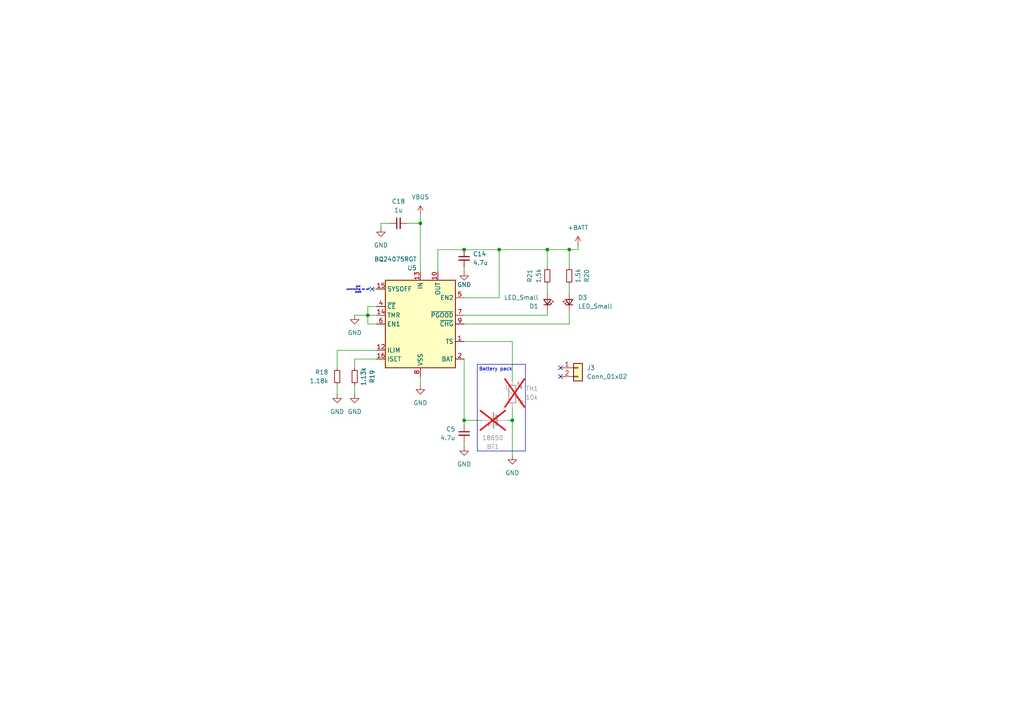
<source format=kicad_sch>
(kicad_sch (version 20231120) (generator "eeschema") (generator_version "8.0")
  (paper "A4")
  (lib_symbols
    (symbol "Battery_Management:BQ24075RGT"
      (property "Reference" "U5" (at -1.016 16.256 0))
      (property "Value" "BQ24075RGT" (at -1.016 18.796 0))
      (symbol "BQ24075RGT_0_1"
        (rectangle (start -10.16 12.7) (end 10.16 -12.7) (stroke (width 0.254)) (fill (type background)))
      )
      (symbol "BQ24075RGT_1_1"
        (pin passive line (at 12.7 -5.08 180) (length 2.54) (name "TS") (number "1"))
        (pin power_out line (at 5.08 15.24 270) (length 2.54) (name "OUT") (number "10"))
        (pin passive line (at 5.08 15.24 270) (length 2.54) hide (name "OUT") (number "11"))
        (pin passive line (at -12.7 -7.62 0) (length 2.54) (name "ILIM") (number "12"))
        (pin power_in line (at 0 15.24 270) (length 2.54) (name "IN") (number "13"))
        (pin input line (at -12.7 2.54 0) (length 2.54) (name "TMR") (number "14"))
        (pin input line (at -12.7 10.16 0) (length 2.54) (name "SYSOFF") (number "15"))
        (pin passive line (at -12.7 -10.16 0) (length 2.54) (name "ISET") (number "16"))
        (pin passive line (at 0 -15.24 90) (length 2.54) hide (name "VSS") (number "17"))
        (pin power_out line (at 12.7 -10.16 180) (length 2.54) (name "BAT") (number "2"))
        (pin passive line (at 12.7 -10.16 180) (length 2.54) hide (name "BAT") (number "3"))
        (pin input line (at -12.7 5.08 0) (length 2.54) (name "~{CE}") (number "4"))
        (pin input line (at 12.7 7.62 180) (length 2.54) (name "EN2") (number "5"))
        (pin input line (at -12.7 0 0) (length 2.54) (name "EN1") (number "6"))
        (pin open_collector line (at 12.7 2.54 180) (length 2.54) (name "~{PGOOD}") (number "7"))
        (pin power_in line (at 0 -15.24 90) (length 2.54) (name "VSS") (number "8"))
        (pin open_collector line (at 12.7 0 180) (length 2.54) (name "~{CHG}") (number "9"))
      )
    )
    (symbol "Connector_Generic:Conn_01x02" (pin_names (offset 1.016) hide)
      (property "Reference" "J" (at 0 2.54 0))
      (property "Value" "Conn_01x02" (at 0 -5.08 0))
      (symbol "Conn_01x02_1_1"
        (rectangle (start -1.27 -2.413) (end 0 -2.667) (stroke (width 0.1524)))
        (rectangle (start -1.27 0.127) (end 0 -0.127) (stroke (width 0.1524)))
        (rectangle (start -1.27 1.27) (end 1.27 -3.81) (stroke (width 0.254)) (fill (type background)))
        (pin passive line (at -5.08 0 0) (length 3.81) (name "Pin_1") (number "1"))
        (pin passive line (at -5.08 -2.54 0) (length 3.81) (name "Pin_2") (number "2"))
      )
    )
    (symbol "Device:Battery_Cell" (pin_numbers hide) (pin_names (offset 0) hide)
      (property "Reference" "BT" (at 2.54 2.54 0))
      (property "Value" "Battery_Cell" (at 2.54 0 0))
      (symbol "Battery_Cell_0_1"
        (rectangle (start -2.286 1.778) (end 2.286 1.524) (fill (type outline)))
        (rectangle (start -1.524 1.016) (end 1.524 0.508) (fill (type outline)))
        (polyline (pts (xy 0 0.762) (xy 0 0)))
        (polyline (pts (xy 0 1.778) (xy 0 2.54)))
        (polyline (pts (xy 0.762 3.048) (xy 1.778 3.048)) (stroke (width 0.254)))
        (polyline (pts (xy 1.27 3.556) (xy 1.27 2.54)) (stroke (width 0.254)))
      )
      (symbol "Battery_Cell_1_1"
        (pin passive line (at 0 5.08 270) (length 2.54) (name "+") (number "1"))
        (pin passive line (at 0 -2.54 90) (length 2.54) (name "-") (number "2"))
      )
    )
    (symbol "Device:C_Small" (pin_numbers hide) (pin_names (offset 0.254) hide)
      (property "Reference" "C" (at 0.254 1.778 0))
      (property "Value" "C_Small" (at 0.254 -2.032 0))
      (symbol "C_Small_0_1"
        (polyline (pts (xy -1.524 -0.508) (xy 1.524 -0.508)) (stroke (width 0.3302)))
        (polyline (pts (xy -1.524 0.508) (xy 1.524 0.508)) (stroke (width 0.3048)))
      )
      (symbol "C_Small_1_1"
        (pin passive line (at 0 2.54 270) (length 2.032) (name "~") (number "1"))
        (pin passive line (at 0 -2.54 90) (length 2.032) (name "~") (number "2"))
      )
    )
    (symbol "Device:LED_Small" (pin_numbers hide) (pin_names (offset 0.254) hide)
      (property "Reference" "D" (at -1.27 3.175 0))
      (property "Value" "LED_Small" (at -4.445 -2.54 0))
      (symbol "LED_Small_0_1"
        (polyline (pts (xy -0.762 -1.016) (xy -0.762 1.016)) (stroke (width 0.254)))
        (polyline (pts (xy 1.016 0) (xy -0.762 0)))
        (polyline (pts (xy 0.762 -1.016) (xy -0.762 0) (xy 0.762 1.016) (xy 0.762 -1.016)) (stroke (width 0.254)))
        (polyline (pts (xy 0 0.762) (xy -0.508 1.27) (xy -0.254 1.27) (xy -0.508 1.27) (xy -0.508 1.016)))
        (polyline (pts (xy 0.508 1.27) (xy 0 1.778) (xy 0.254 1.778) (xy 0 1.778) (xy 0 1.524)))
      )
      (symbol "LED_Small_1_1"
        (pin passive line (at -2.54 0 0) (length 1.778) (name "K") (number "1"))
        (pin passive line (at 2.54 0 180) (length 1.778) (name "A") (number "2"))
      )
    )
    (symbol "Device:R_Small" (pin_numbers hide) (pin_names (offset 0.254) hide)
      (property "Reference" "R" (at 0.762 0.508 0))
      (property "Value" "R_Small" (at 0.762 -1.016 0))
      (symbol "R_Small_0_1"
        (rectangle (start -0.762 1.778) (end 0.762 -1.778) (stroke (width 0.2032)))
      )
      (symbol "R_Small_1_1"
        (pin passive line (at 0 2.54 270) (length 0.762) (name "~") (number "1"))
        (pin passive line (at 0 -2.54 90) (length 0.762) (name "~") (number "2"))
      )
    )
    (symbol "Device:Thermistor_NTC" (pin_numbers hide) (pin_names (offset 0))
      (property "Reference" "TH" (at -4.445 0 90))
      (property "Value" "Thermistor_NTC" (at 3.175 0 90))
      (symbol "Thermistor_NTC_0_1"
        (arc (start -3.048 2.159) (mid -3.0495 2.3143) (end -3.175 2.413))
        (arc (start -3.048 2.159) (mid -2.9736 1.9794) (end -2.794 1.905))
        (arc (start -3.048 2.794) (mid -2.9736 2.6144) (end -2.794 2.54))
        (arc (start -2.794 1.905) (mid -2.6144 1.9794) (end -2.54 2.159))
        (arc (start -2.794 2.54) (mid -2.4393 2.5587) (end -2.159 2.794))
        (arc (start -2.794 3.048) (mid -2.9736 2.9736) (end -3.048 2.794))
        (arc (start -2.54 2.794) (mid -2.6144 2.9736) (end -2.794 3.048))
        (rectangle (start -1.016 2.54) (end 1.016 -2.54) (stroke (width 0.254)))
        (polyline (pts (xy -2.54 2.159) (xy -2.54 2.794)))
        (polyline (pts (xy -1.778 2.54) (xy -1.778 1.524) (xy 1.778 -1.524) (xy 1.778 -2.54)))
        (polyline (pts (xy -2.54 -3.683) (xy -2.54 -1.397) (xy -2.794 -2.159) (xy -2.286 -2.159) (xy -2.54 -1.397) (xy -2.54 -1.651)) (fill (type outline)))
        (polyline (pts (xy -1.778 -1.397) (xy -1.778 -3.683) (xy -2.032 -2.921) (xy -1.524 -2.921) (xy -1.778 -3.683) (xy -1.778 -3.429)) (fill (type outline)))
      )
      (symbol "Thermistor_NTC_1_1"
        (pin passive line (at 0 3.81 270) (length 1.27) (name "~") (number "1"))
        (pin passive line (at 0 -3.81 90) (length 1.27) (name "~") (number "2"))
      )
    )
    (symbol "power:+BATT" (power) (pin_numbers hide) (pin_names (offset 0) hide)
      (property "Value" "+BATT" (at 0 3.556 0))
      (symbol "+BATT_0_1"
        (polyline (pts (xy -0.762 1.27) (xy 0 2.54)))
        (polyline (pts (xy 0 0) (xy 0 2.54)))
        (polyline (pts (xy 0 2.54) (xy 0.762 1.27)))
      )
      (symbol "+BATT_1_1"
        (pin power_in line (at 0 0 90) (length 0) (name "~") (number "1"))
      )
    )
    (symbol "power:GND" (power) (pin_numbers hide) (pin_names (offset 0) hide)
      (property "Value" "GND" (at 0 -3.81 0))
      (symbol "GND_0_1"
        (polyline (pts (xy 0 0) (xy 0 -1.27) (xy 1.27 -1.27) (xy 0 -2.54) (xy -1.27 -1.27) (xy 0 -1.27)))
      )
      (symbol "GND_1_1"
        (pin power_in line (at 0 0 270) (length 0) (name "~") (number "1"))
      )
    )
    (symbol "power:VBUS" (power) (pin_numbers hide) (pin_names (offset 0) hide)
      (property "Value" "VBUS" (at 0 3.556 0))
      (symbol "VBUS_0_1"
        (polyline (pts (xy -0.762 1.27) (xy 0 2.54)))
        (polyline (pts (xy 0 0) (xy 0 2.54)))
        (polyline (pts (xy 0 2.54) (xy 0.762 1.27)))
      )
      (symbol "VBUS_1_1"
        (pin power_in line (at 0 0 90) (length 0) (name "~") (number "1"))
      )
    )
  )
  (junction (at 134.62 72.39))
  (junction (at 121.92 64.77))
  (junction (at 165.1 72.39))
  (junction (at 134.62 121.92))
  (junction (at 144.78 72.39))
  (junction (at 158.75 72.39))
  (junction (at 106.68 91.44))
  (junction (at 148.59 121.92))
  (no_connect (at 162.56 109.22))
  (no_connect (at 107.95 83.82))
  (no_connect (at 162.56 106.68))
  (wire (pts (xy 102.87 104.14) (xy 102.87 106.68)))
  (wire (pts (xy 134.62 86.36) (xy 144.78 86.36)))
  (wire (pts (xy 107.95 83.82) (xy 109.22 83.82)))
  (wire (pts (xy 134.62 128.27) (xy 134.62 129.54)))
  (wire (pts (xy 158.75 91.44) (xy 158.75 90.17)))
  (wire (pts (xy 113.03 64.77) (xy 110.49 64.77)))
  (wire (pts (xy 102.87 104.14) (xy 109.22 104.14)))
  (wire (pts (xy 165.1 72.39) (xy 165.1 77.47)))
  (wire (pts (xy 106.68 91.44) (xy 109.22 91.44)))
  (wire (pts (xy 134.62 104.14) (xy 134.62 121.92)))
  (wire (pts (xy 148.59 99.06) (xy 148.59 110.49)))
  (wire (pts (xy 144.78 72.39) (xy 144.78 86.36)))
  (wire (pts (xy 134.62 72.39) (xy 144.78 72.39)))
  (wire (pts (xy 97.79 101.6) (xy 97.79 106.68)))
  (wire (pts (xy 102.87 111.76) (xy 102.87 114.3)))
  (wire (pts (xy 127 78.74) (xy 127 72.39)))
  (wire (pts (xy 118.11 64.77) (xy 121.92 64.77)))
  (wire (pts (xy 148.59 121.92) (xy 148.59 132.08)))
  (wire (pts (xy 97.79 111.76) (xy 97.79 114.3)))
  (wire (pts (xy 121.92 62.23) (xy 121.92 64.77)))
  (wire (pts (xy 158.75 72.39) (xy 158.75 77.47)))
  (wire (pts (xy 134.62 77.47) (xy 134.62 78.74)))
  (wire (pts (xy 167.64 71.12) (xy 167.64 72.39)))
  (wire (pts (xy 165.1 93.98) (xy 165.1 90.17)))
  (wire (pts (xy 147.32 121.92) (xy 148.59 121.92)))
  (wire (pts (xy 134.62 99.06) (xy 148.59 99.06)))
  (wire (pts (xy 165.1 72.39) (xy 167.64 72.39)))
  (wire (pts (xy 106.68 93.98) (xy 109.22 93.98)))
  (wire (pts (xy 144.78 72.39) (xy 158.75 72.39)))
  (wire (pts (xy 106.68 88.9) (xy 106.68 91.44)))
  (wire (pts (xy 110.49 64.77) (xy 110.49 66.04)))
  (wire (pts (xy 109.22 101.6) (xy 97.79 101.6)))
  (wire (pts (xy 109.22 88.9) (xy 106.68 88.9)))
  (wire (pts (xy 121.92 109.22) (xy 121.92 111.76)))
  (wire (pts (xy 121.92 64.77) (xy 121.92 78.74)))
  (wire (pts (xy 165.1 85.09) (xy 165.1 82.55)))
  (wire (pts (xy 134.62 121.92) (xy 139.7 121.92)))
  (wire (pts (xy 134.62 91.44) (xy 158.75 91.44)))
  (wire (pts (xy 158.75 85.09) (xy 158.75 82.55)))
  (wire (pts (xy 127 72.39) (xy 134.62 72.39)))
  (wire (pts (xy 106.68 91.44) (xy 102.87 91.44)))
  (wire (pts (xy 134.62 123.19) (xy 134.62 121.92)))
  (wire (pts (xy 106.68 91.44) (xy 106.68 93.98)))
  (wire (pts (xy 134.62 93.98) (xy 165.1 93.98)))
  (wire (pts (xy 158.75 72.39) (xy 165.1 72.39)))
  (wire (pts (xy 148.59 121.92) (xy 148.59 118.11)))
  (rectangle (start 138.43 105.664) (end 152.4 130.81))
  (text "stm\ncontrolling on off\nstate\n" (at 103.886 84.074 0) (effects (font (size 0.5 0.5))))
  (text "Battery pack" (at 143.764 107.188 0) (effects (font (size 1 1))))
  (symbol (lib_id "power:GND") (at 148.59 132.08 0) (unit 1)
    (property "Reference" "#PWR025" (effects (hide yes)))
    (property "Value" "GND" (at 148.59 137.16 0))
    (property "Description" "Power symbol creates a global label with name \"GND\" , ground" (effects (hide yes)))
  )
  (symbol (lib_id "Device:Thermistor_NTC") (at 148.59 114.3 180) (unit 1) (on_board no) (dnp yes)
    (property "Reference" "TH1" (at 152.4 112.7124 0) (effects (justify right)))
    (property "Value" "10k" (at 152.4 115.2524 0) (effects (justify right)))
    (property "Description" "Temperature dependent resistor, negative temperature coefficient" (effects (hide yes)))
  )
  (symbol (lib_id "power:GND") (at 102.87 91.44 0) (unit 1)
    (property "Reference" "#PWR027" (effects (hide yes)))
    (property "Value" "GND" (at 102.87 96.52 0))
    (property "Description" "Power symbol creates a global label with name \"GND\" , ground" (effects (hide yes)))
  )
  (symbol (lib_id "Device:R_Small") (at 97.79 109.22 0) (mirror y) (unit 1)
    (property "Reference" "R18" (at 95.25 107.9499 0) (effects (justify left)))
    (property "Value" "1.18k" (at 95.25 110.4899 0) (effects (justify left)))
    (property "Footprint" "Resistor_SMD:R_0402_1005Metric" (effects (hide yes)))
    (property "Description" "Resistor, small symbol" (effects (hide yes)))
  )
  (symbol (lib_id "Device:R_Small") (at 102.87 109.22 0) (mirror x) (unit 1)
    (property "Reference" "R19" (at 107.95 109.22 90))
    (property "Value" "1.13k" (at 105.41 109.22 90))
    (property "Footprint" "Resistor_SMD:R_0402_1005Metric" (effects (hide yes)))
    (property "Description" "Resistor, small symbol" (effects (hide yes)))
  )
  (symbol (lib_id "Battery_Management:BQ24075RGT") (at 121.92 93.98 0) (unit 1)
    (property "Reference" "U5" (at 120.904 77.724 0) (effects (justify right)))
    (property "Value" "BQ24075RGT" (at 120.904 75.184 0) (effects (justify right)))
    (property "Footprint" "Package_DFN_QFN:VQFN-16-1EP_3x3mm_P0.5mm_EP1.6x1.6mm" (effects (hide yes)))
    (property "Datasheet" "http://www.ti.com/lit/ds/symlink/bq24075.pdf" (effects (hide yes)))
    (property "Description" "USB-Friendly Li-Ion Battery Charger and Power-Path Management, VQFN-16" (effects (hide yes)))
  )
  (symbol (lib_id "power:VBUS") (at 121.92 62.23 0) (unit 1)
    (property "Reference" "#PWR029" (effects (hide yes)))
    (property "Value" "VBUS" (at 121.92 57.15 0))
    (property "Description" "Power symbol creates a global label with name \"VBUS\"" (effects (hide yes)))
  )
  (symbol (lib_id "Device:C_Small") (at 115.57 64.77 90) (unit 1)
    (property "Reference" "C18" (at 115.5763 58.42 90))
    (property "Value" "1u" (at 115.5763 60.96 90))
    (property "Footprint" "Capacitor_SMD:C_0603_1608Metric" (effects (hide yes)))
    (property "Description" "Unpolarized capacitor, small symbol" (effects (hide yes)))
  )
  (symbol (lib_id "Device:C_Small") (at 134.62 125.73 0) (mirror y) (unit 1)
    (property "Reference" "C5" (at 132.08 124.4662 0) (effects (justify left)))
    (property "Value" "4.7u" (at 132.08 127.0062 0) (effects (justify left)))
    (property "Footprint" "Capacitor_SMD:C_0603_1608Metric" (effects (hide yes)))
    (property "Description" "Unpolarized capacitor, small symbol" (effects (hide yes)))
  )
  (symbol (lib_id "Device:C_Small") (at 134.62 74.93 0) (unit 1)
    (property "Reference" "C14" (at 137.16 73.6662 0) (effects (justify left)))
    (property "Value" "4.7u" (at 137.16 76.2062 0) (effects (justify left)))
    (property "Footprint" "Capacitor_SMD:C_0603_1608Metric" (effects (hide yes)))
    (property "Description" "Unpolarized capacitor, small symbol" (effects (hide yes)))
  )
  (symbol (lib_id "Device:R_Small") (at 158.75 80.01 0) (mirror y) (unit 1)
    (property "Reference" "R21" (at 153.67 80.01 90))
    (property "Value" "1.5k" (at 156.21 80.01 90))
    (property "Footprint" "Resistor_SMD:R_0603_1608Metric" (effects (hide yes)))
    (property "Description" "Resistor, small symbol" (effects (hide yes)))
  )
  (symbol (lib_id "Connector_Generic:Conn_01x02") (at 167.64 106.68 0) (unit 1)
    (property "Reference" "J3" (at 170.18 106.6799 0) (effects (justify left)))
    (property "Value" "Conn_01x02" (at 170.18 109.2199 0) (effects (justify left)))
    (property "Description" "Generic connector, single row, 01x02, script generated (kicad-library-utils/schlib/autogen/connector/)" (effects (hide yes)))
  )
  (symbol (lib_id "power:GND") (at 134.62 78.74 0) (unit 1)
    (property "Reference" "#PWR030" (effects (hide yes)))
    (property "Value" "GND" (at 134.62 82.55 0))
    (property "Description" "Power symbol creates a global label with name \"GND\" , ground" (effects (hide yes)))
  )
  (symbol (lib_id "power:GND") (at 134.62 129.54 0) (unit 1)
    (property "Reference" "#PWR028" (effects (hide yes)))
    (property "Value" "GND" (at 134.62 134.62 0))
    (property "Description" "Power symbol creates a global label with name \"GND\" , ground" (effects (hide yes)))
  )
  (symbol (lib_id "power:+BATT") (at 167.64 71.12 0) (unit 1)
    (property "Reference" "#PWR022" (effects (hide yes)))
    (property "Value" "+BATT" (at 167.64 66.04 0))
    (property "Description" "Power symbol creates a global label with name \"+BATT\"" (effects (hide yes)))
  )
  (symbol (lib_id "power:GND") (at 97.79 114.3 0) (unit 1)
    (property "Reference" "#PWR038" (effects (hide yes)))
    (property "Value" "GND" (at 97.79 119.38 0))
    (property "Description" "Power symbol creates a global label with name \"GND\" , ground" (effects (hide yes)))
  )
  (symbol (lib_id "Device:LED_Small") (at 158.75 87.63 270) (mirror x) (unit 1)
    (property "Reference" "D1" (at 156.21 88.8366 90) (effects (justify right)))
    (property "Value" "LED_Small" (at 156.21 86.2966 90) (effects (justify right)))
    (property "Footprint" "LED_SMD:LED_0603_1608Metric" (effects (hide yes)))
    (property "Description" "Light emitting diode, small symbol" (effects (hide yes)))
  )
  (symbol (lib_id "Device:Battery_Cell") (at 144.78 121.92 90) (mirror x) (unit 1) (on_board no) (dnp yes)
    (property "Reference" "BT1" (at 142.9385 129.54 90))
    (property "Value" "18650" (at 142.9385 127 90))
    (property "Description" "Single-cell battery" (effects (hide yes)))
  )
  (symbol (lib_id "power:GND") (at 102.87 114.3 0) (unit 1)
    (property "Reference" "#PWR037" (effects (hide yes)))
    (property "Value" "GND" (at 102.87 119.38 0))
    (property "Description" "Power symbol creates a global label with name \"GND\" , ground" (effects (hide yes)))
  )
  (symbol (lib_id "Device:LED_Small") (at 165.1 87.63 90) (unit 1)
    (property "Reference" "D3" (at 167.64 86.2964 90) (effects (justify right)))
    (property "Value" "LED_Small" (at 167.64 88.8364 90) (effects (justify right)))
    (property "Footprint" "LED_SMD:LED_0603_1608Metric" (effects (hide yes)))
    (property "Description" "Light emitting diode, small symbol" (effects (hide yes)))
  )
  (symbol (lib_id "power:GND") (at 121.92 111.76 0) (unit 1)
    (property "Reference" "#PWR035" (effects (hide yes)))
    (property "Value" "GND" (at 121.92 116.84 0))
    (property "Description" "Power symbol creates a global label with name \"GND\" , ground" (effects (hide yes)))
  )
  (symbol (lib_id "Device:R_Small") (at 165.1 80.01 0) (unit 1)
    (property "Reference" "R20" (at 170.18 80.01 90))
    (property "Value" "1.5k" (at 167.64 80.01 90))
    (property "Footprint" "Resistor_SMD:R_0603_1608Metric" (effects (hide yes)))
    (property "Description" "Resistor, small symbol" (effects (hide yes)))
  )
  (symbol (lib_id "power:GND") (at 110.49 66.04 0) (unit 1)
    (property "Reference" "#PWR036" (effects (hide yes)))
    (property "Value" "GND" (at 110.49 71.12 0))
    (property "Description" "Power symbol creates a global label with name \"GND\" , ground" (effects (hide yes)))
  )
)
</source>
